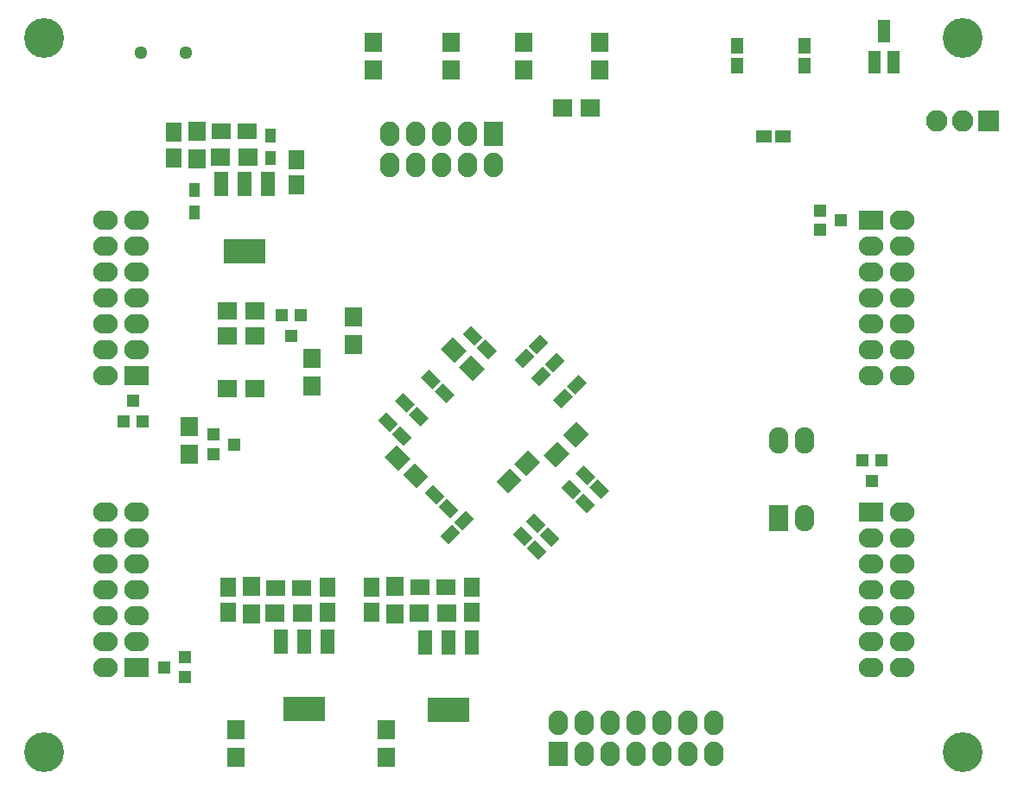
<source format=gbs>
G04 #@! TF.FileFunction,Soldermask,Bot*
%FSLAX46Y46*%
G04 Gerber Fmt 4.6, Leading zero omitted, Abs format (unit mm)*
G04 Created by KiCad (PCBNEW 4.0.5) date 03/04/17 19:59:53*
%MOMM*%
%LPD*%
G01*
G04 APERTURE LIST*
%ADD10C,0.100000*%
%ADD11C,1.299160*%
%ADD12O,1.900000X2.400000*%
%ADD13R,1.900000X2.400000*%
%ADD14R,1.900000X1.700000*%
%ADD15R,1.700000X1.900000*%
%ADD16R,4.057600X2.432000*%
%ADD17R,1.416000X2.432000*%
%ADD18R,1.650000X1.900000*%
%ADD19R,1.600000X1.150000*%
%ADD20R,1.200100X2.200860*%
%ADD21O,2.400000X1.900000*%
%ADD22R,2.400000X1.900000*%
%ADD23R,1.900000X1.650000*%
%ADD24R,1.150000X1.600000*%
%ADD25C,3.900120*%
%ADD26R,2.100000X2.100000*%
%ADD27O,2.100000X2.100000*%
%ADD28R,0.999440X1.400760*%
%ADD29R,1.200000X1.300000*%
%ADD30R,1.300000X1.200000*%
%ADD31R,1.898600X2.597100*%
%ADD32O,1.898600X2.597100*%
G04 APERTURE END LIST*
D10*
D11*
X106972100Y-66776600D03*
X102575360Y-66776600D03*
D10*
G36*
X134434850Y-111639977D02*
X135248023Y-112453150D01*
X134116652Y-113584521D01*
X133303479Y-112771348D01*
X134434850Y-111639977D01*
X134434850Y-111639977D01*
G37*
G36*
X133091348Y-112983479D02*
X133904521Y-113796652D01*
X132773150Y-114928023D01*
X131959977Y-114114850D01*
X133091348Y-112983479D01*
X133091348Y-112983479D01*
G37*
D12*
X158750000Y-135505000D03*
X158750000Y-132465000D03*
X156210000Y-132465000D03*
X156210000Y-135505000D03*
X153670000Y-135505000D03*
X153670000Y-132465000D03*
X151130000Y-132465000D03*
X151130000Y-135505000D03*
D13*
X143510000Y-135505000D03*
D12*
X143510000Y-132465000D03*
X146050000Y-135505000D03*
X146050000Y-132465000D03*
X148590000Y-135505000D03*
X148590000Y-132465000D03*
D14*
X132541000Y-121666000D03*
X129841000Y-121666000D03*
D10*
G36*
X137443774Y-95990601D02*
X136630601Y-96803774D01*
X135499230Y-95672403D01*
X136312403Y-94859230D01*
X137443774Y-95990601D01*
X137443774Y-95990601D01*
G37*
G36*
X136100272Y-94647099D02*
X135287099Y-95460272D01*
X134155728Y-94328901D01*
X134968901Y-93515728D01*
X136100272Y-94647099D01*
X136100272Y-94647099D01*
G37*
G36*
X145167977Y-108008150D02*
X145981150Y-107194977D01*
X147112521Y-108326348D01*
X146299348Y-109139521D01*
X145167977Y-108008150D01*
X145167977Y-108008150D01*
G37*
G36*
X146511479Y-109351652D02*
X147324652Y-108538479D01*
X148456023Y-109669850D01*
X147642850Y-110483023D01*
X146511479Y-109351652D01*
X146511479Y-109351652D01*
G37*
G36*
X139071977Y-113977150D02*
X139885150Y-113163977D01*
X141016521Y-114295348D01*
X140203348Y-115108521D01*
X139071977Y-113977150D01*
X139071977Y-113977150D01*
G37*
G36*
X140415479Y-115320652D02*
X141228652Y-114507479D01*
X142360023Y-115638850D01*
X141546850Y-116452023D01*
X140415479Y-115320652D01*
X140415479Y-115320652D01*
G37*
G36*
X143822150Y-101593023D02*
X143008977Y-100779850D01*
X144140348Y-99648479D01*
X144953521Y-100461652D01*
X143822150Y-101593023D01*
X143822150Y-101593023D01*
G37*
G36*
X145165652Y-100249521D02*
X144352479Y-99436348D01*
X145483850Y-98304977D01*
X146297023Y-99118150D01*
X145165652Y-100249521D01*
X145165652Y-100249521D01*
G37*
G36*
X130803023Y-102557850D02*
X129989850Y-103371023D01*
X128858479Y-102239652D01*
X129671652Y-101426479D01*
X130803023Y-102557850D01*
X130803023Y-102557850D01*
G37*
G36*
X129459521Y-101214348D02*
X128646348Y-102027521D01*
X127514977Y-100896150D01*
X128328150Y-100082977D01*
X129459521Y-101214348D01*
X129459521Y-101214348D01*
G37*
G36*
X129152023Y-104462850D02*
X128338850Y-105276023D01*
X127207479Y-104144652D01*
X128020652Y-103331479D01*
X129152023Y-104462850D01*
X129152023Y-104462850D01*
G37*
G36*
X127808521Y-103119348D02*
X126995348Y-103932521D01*
X125863977Y-102801150D01*
X126677150Y-101987977D01*
X127808521Y-103119348D01*
X127808521Y-103119348D01*
G37*
G36*
X140012150Y-97656023D02*
X139198977Y-96842850D01*
X140330348Y-95711479D01*
X141143521Y-96524652D01*
X140012150Y-97656023D01*
X140012150Y-97656023D01*
G37*
G36*
X141355652Y-96312521D02*
X140542479Y-95499348D01*
X141673850Y-94367977D01*
X142487023Y-95181150D01*
X141355652Y-96312521D01*
X141355652Y-96312521D01*
G37*
G36*
X143770977Y-109405150D02*
X144584150Y-108591977D01*
X145715521Y-109723348D01*
X144902348Y-110536521D01*
X143770977Y-109405150D01*
X143770977Y-109405150D01*
G37*
G36*
X145114479Y-110748652D02*
X145927652Y-109935479D01*
X147059023Y-111066850D01*
X146245850Y-111880023D01*
X145114479Y-110748652D01*
X145114479Y-110748652D01*
G37*
G36*
X140341977Y-112707150D02*
X141155150Y-111893977D01*
X142286521Y-113025348D01*
X141473348Y-113838521D01*
X140341977Y-112707150D01*
X140341977Y-112707150D01*
G37*
G36*
X141685479Y-114050652D02*
X142498652Y-113237479D01*
X143630023Y-114368850D01*
X142816850Y-115182023D01*
X141685479Y-114050652D01*
X141685479Y-114050652D01*
G37*
G36*
X133343023Y-100271850D02*
X132529850Y-101085023D01*
X131398479Y-99953652D01*
X132211652Y-99140479D01*
X133343023Y-100271850D01*
X133343023Y-100271850D01*
G37*
G36*
X131999521Y-98928348D02*
X131186348Y-99741521D01*
X130054977Y-98610150D01*
X130868150Y-97796977D01*
X131999521Y-98928348D01*
X131999521Y-98928348D01*
G37*
G36*
X141663150Y-99434023D02*
X140849977Y-98620850D01*
X141981348Y-97489479D01*
X142794521Y-98302652D01*
X141663150Y-99434023D01*
X141663150Y-99434023D01*
G37*
G36*
X143006652Y-98090521D02*
X142193479Y-97277348D01*
X143324850Y-96145977D01*
X144138023Y-96959150D01*
X143006652Y-98090521D01*
X143006652Y-98090521D01*
G37*
D14*
X113110000Y-76962000D03*
X110410000Y-76962000D03*
X118444000Y-121666000D03*
X115744000Y-121666000D03*
D15*
X125349000Y-68406000D03*
X125349000Y-65706000D03*
X108077000Y-77169000D03*
X108077000Y-74469000D03*
X113411000Y-121746000D03*
X113411000Y-119046000D03*
D16*
X112776000Y-86233000D03*
D17*
X112776000Y-79629000D03*
X115062000Y-79629000D03*
X110490000Y-79629000D03*
D16*
X118618000Y-131064000D03*
D17*
X118618000Y-124460000D03*
X120904000Y-124460000D03*
X116332000Y-124460000D03*
D16*
X132715000Y-131191000D03*
D17*
X132715000Y-124587000D03*
X135001000Y-124587000D03*
X130429000Y-124587000D03*
D15*
X127508000Y-121746000D03*
X127508000Y-119046000D03*
D10*
G36*
X133724023Y-111574850D02*
X132910850Y-112388023D01*
X131779479Y-111256652D01*
X132592652Y-110443479D01*
X133724023Y-111574850D01*
X133724023Y-111574850D01*
G37*
G36*
X132380521Y-110231348D02*
X131567348Y-111044521D01*
X130435977Y-109913150D01*
X131249150Y-109099977D01*
X132380521Y-110231348D01*
X132380521Y-110231348D01*
G37*
D18*
X117856000Y-77236000D03*
X117856000Y-79736000D03*
X120904000Y-121646000D03*
X120904000Y-119146000D03*
X135001000Y-121646000D03*
X135001000Y-119146000D03*
D19*
X163642000Y-74930000D03*
X165542000Y-74930000D03*
D15*
X132969000Y-68406000D03*
X132969000Y-65706000D03*
X140081000Y-68406000D03*
X140081000Y-65706000D03*
D20*
X176337000Y-67668140D03*
X174437000Y-67668140D03*
X175387000Y-64665860D03*
D12*
X127000000Y-74680000D03*
X127000000Y-77720000D03*
X129540000Y-77720000D03*
X129540000Y-74680000D03*
D13*
X137160000Y-74680000D03*
D12*
X137160000Y-77720000D03*
X134620000Y-74680000D03*
X134620000Y-77720000D03*
X132080000Y-74680000D03*
X132080000Y-77720000D03*
D21*
X102167500Y-83185000D03*
X99127500Y-83185000D03*
X99127500Y-85725000D03*
X102167500Y-85725000D03*
X102167500Y-88265000D03*
X99127500Y-88265000D03*
X99127500Y-90805000D03*
X102167500Y-90805000D03*
D22*
X102167500Y-98425000D03*
D21*
X99127500Y-98425000D03*
X102167500Y-95885000D03*
X99127500Y-95885000D03*
X102167500Y-93345000D03*
X99127500Y-93345000D03*
X102167500Y-111760000D03*
X99127500Y-111760000D03*
X99127500Y-114300000D03*
X102167500Y-114300000D03*
X102167500Y-116840000D03*
X99127500Y-116840000D03*
X99127500Y-119380000D03*
X102167500Y-119380000D03*
D22*
X102167500Y-127000000D03*
D21*
X99127500Y-127000000D03*
X102167500Y-124460000D03*
X99127500Y-124460000D03*
X102167500Y-121920000D03*
X99127500Y-121920000D03*
X174121000Y-98425000D03*
X177161000Y-98425000D03*
X177161000Y-95885000D03*
X174121000Y-95885000D03*
X174121000Y-93345000D03*
X177161000Y-93345000D03*
X177161000Y-90805000D03*
X174121000Y-90805000D03*
D22*
X174121000Y-83185000D03*
D21*
X177161000Y-83185000D03*
X174121000Y-85725000D03*
X177161000Y-85725000D03*
X174121000Y-88265000D03*
X177161000Y-88265000D03*
X174121000Y-127000000D03*
X177161000Y-127000000D03*
X177161000Y-124460000D03*
X174121000Y-124460000D03*
X174121000Y-121920000D03*
X177161000Y-121920000D03*
X177161000Y-119380000D03*
X174121000Y-119380000D03*
D22*
X174121000Y-111760000D03*
D21*
X177161000Y-111760000D03*
X174121000Y-114300000D03*
X177161000Y-114300000D03*
X174121000Y-116840000D03*
X177161000Y-116840000D03*
D23*
X113010000Y-74422000D03*
X110510000Y-74422000D03*
X118344000Y-119253000D03*
X115844000Y-119253000D03*
X132441000Y-119126000D03*
X129941000Y-119126000D03*
D10*
G36*
X136250998Y-97746271D02*
X135084271Y-98912998D01*
X133740768Y-97569495D01*
X134907495Y-96402768D01*
X136250998Y-97746271D01*
X136250998Y-97746271D01*
G37*
G36*
X134483232Y-95978505D02*
X133316505Y-97145232D01*
X131973002Y-95801729D01*
X133139729Y-94635002D01*
X134483232Y-95978505D01*
X134483232Y-95978505D01*
G37*
G36*
X130789998Y-108287271D02*
X129623271Y-109453998D01*
X128279768Y-108110495D01*
X129446495Y-106943768D01*
X130789998Y-108287271D01*
X130789998Y-108287271D01*
G37*
G36*
X129022232Y-106519505D02*
X127855505Y-107686232D01*
X126512002Y-106342729D01*
X127678729Y-105176002D01*
X129022232Y-106519505D01*
X129022232Y-106519505D01*
G37*
G36*
X138600729Y-109961998D02*
X137434002Y-108795271D01*
X138777505Y-107451768D01*
X139944232Y-108618495D01*
X138600729Y-109961998D01*
X138600729Y-109961998D01*
G37*
G36*
X140368495Y-108194232D02*
X139201768Y-107027505D01*
X140545271Y-105684002D01*
X141711998Y-106850729D01*
X140368495Y-108194232D01*
X140368495Y-108194232D01*
G37*
D24*
X167640000Y-66106000D03*
X167640000Y-68006000D03*
X161036000Y-66106000D03*
X161036000Y-68006000D03*
D25*
X93134180Y-135333740D03*
X93134180Y-65333880D03*
X183134000Y-65333880D03*
X183134000Y-135333740D03*
D10*
G36*
X145297305Y-102928614D02*
X146499386Y-104130695D01*
X145155883Y-105474198D01*
X143953802Y-104272117D01*
X145297305Y-102928614D01*
X145297305Y-102928614D01*
G37*
G36*
X143388117Y-104837802D02*
X144590198Y-106039883D01*
X143246695Y-107383386D01*
X142044614Y-106181305D01*
X143388117Y-104837802D01*
X143388117Y-104837802D01*
G37*
D15*
X123444000Y-92630000D03*
X123444000Y-95330000D03*
X147574000Y-65706000D03*
X147574000Y-68406000D03*
D26*
X185674000Y-73406000D03*
D27*
X183134000Y-73406000D03*
X180594000Y-73406000D03*
D18*
X105791000Y-77069000D03*
X105791000Y-74569000D03*
X111125000Y-121646000D03*
X111125000Y-119146000D03*
X125222000Y-121646000D03*
X125222000Y-119146000D03*
D28*
X115316000Y-74846180D03*
X115316000Y-77045820D03*
X107823000Y-80180180D03*
X107823000Y-82379820D03*
D29*
X173294000Y-106696000D03*
X175194000Y-106696000D03*
X174244000Y-108696000D03*
D30*
X169180000Y-84135000D03*
X169180000Y-82235000D03*
X171180000Y-83185000D03*
D29*
X102804000Y-102854000D03*
X100904000Y-102854000D03*
X101854000Y-100854000D03*
D30*
X106918000Y-126050000D03*
X106918000Y-127950000D03*
X104918000Y-127000000D03*
D15*
X111887000Y-133143000D03*
X111887000Y-135843000D03*
X126619000Y-133143000D03*
X126619000Y-135843000D03*
D31*
X165100000Y-112395000D03*
D32*
X165100000Y-104775000D03*
X167640000Y-112395000D03*
X167640000Y-104775000D03*
D29*
X116398000Y-92472000D03*
X118298000Y-92472000D03*
X117348000Y-94472000D03*
D30*
X109744000Y-106106000D03*
X109744000Y-104206000D03*
X111744000Y-105156000D03*
D14*
X113745000Y-94488000D03*
X111045000Y-94488000D03*
D15*
X119380000Y-99394000D03*
X119380000Y-96694000D03*
D14*
X113745000Y-99695000D03*
X111045000Y-99695000D03*
D15*
X107315000Y-103425000D03*
X107315000Y-106125000D03*
D14*
X111045000Y-92075000D03*
X113745000Y-92075000D03*
X143938000Y-72136000D03*
X146638000Y-72136000D03*
M02*

</source>
